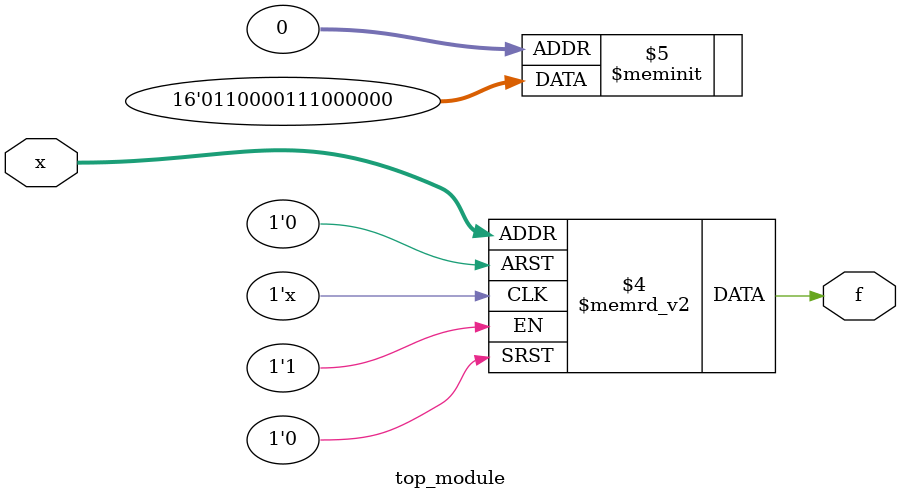
<source format=sv>
module top_module (
    input [4:1] x,
    output logic f
);

always_comb begin
    case ({x[4], x[3], x[2], x[1]})
        4'b0000: f = 1'b0; // d
        4'b0001: f = 1'b0; // d
        4'b0010: f = 1'b0; // d
        4'b0011: f = 1'b0; // 0
        4'b0100: f = 1'b0; // 0
        4'b0101: f = 1'b0; // d
        4'b0110: f = 1'b1; // 1
        4'b0111: f = 1'b1; // 1
        4'b1000: f = 1'b1; // 1
        4'b1001: f = 1'b0; // 0
        4'b1010: f = 1'b0; // d
        4'b1011: f = 1'b0; // d
        4'b1100: f = 1'b0; // d
        4'b1101: f = 1'b1; // 1
        4'b1110: f = 1'b1; // 1
        4'b1111: f = 1'b0; // d
    endcase
end

endmodule

</source>
